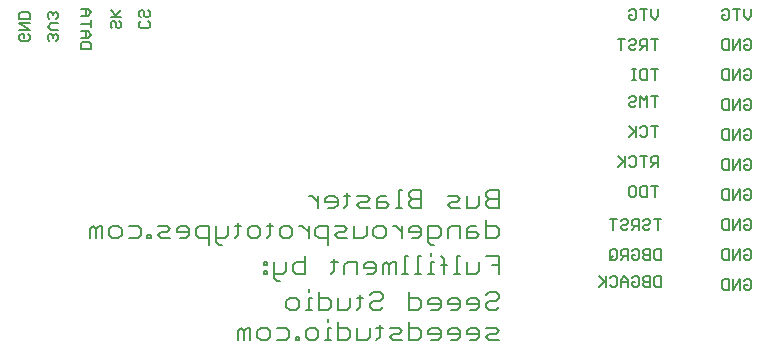
<source format=gbo>
G75*
G70*
%OFA0B0*%
%FSLAX24Y24*%
%IPPOS*%
%LPD*%
%AMOC8*
5,1,8,0,0,1.08239X$1,22.5*
%
%ADD10C,0.0050*%
%ADD11C,0.0080*%
D10*
X026258Y005277D02*
X026433Y005452D01*
X026491Y005394D02*
X026258Y005628D01*
X026491Y005628D02*
X026491Y005277D01*
X026626Y005336D02*
X026684Y005277D01*
X026801Y005277D01*
X026860Y005336D01*
X026860Y005569D01*
X026801Y005628D01*
X026684Y005628D01*
X026626Y005569D01*
X026994Y005511D02*
X026994Y005277D01*
X026994Y005452D02*
X027228Y005452D01*
X027228Y005511D02*
X027111Y005628D01*
X026994Y005511D01*
X027228Y005511D02*
X027228Y005277D01*
X027363Y005336D02*
X027363Y005452D01*
X027479Y005452D01*
X027363Y005336D02*
X027421Y005277D01*
X027538Y005277D01*
X027596Y005336D01*
X027596Y005569D01*
X027538Y005628D01*
X027421Y005628D01*
X027363Y005569D01*
X027731Y005569D02*
X027731Y005511D01*
X027789Y005452D01*
X027964Y005452D01*
X027789Y005452D02*
X027731Y005394D01*
X027731Y005336D01*
X027789Y005277D01*
X027964Y005277D01*
X027964Y005628D01*
X027789Y005628D01*
X027731Y005569D01*
X028099Y005569D02*
X028099Y005336D01*
X028158Y005277D01*
X028333Y005277D01*
X028333Y005628D01*
X028158Y005628D01*
X028099Y005569D01*
X028158Y006177D02*
X028099Y006236D01*
X028099Y006469D01*
X028158Y006528D01*
X028333Y006528D01*
X028333Y006177D01*
X028158Y006177D01*
X027964Y006177D02*
X027789Y006177D01*
X027731Y006236D01*
X027731Y006294D01*
X027789Y006352D01*
X027964Y006352D01*
X027789Y006352D02*
X027731Y006411D01*
X027731Y006469D01*
X027789Y006528D01*
X027964Y006528D01*
X027964Y006177D01*
X027596Y006236D02*
X027538Y006177D01*
X027421Y006177D01*
X027363Y006236D01*
X027363Y006352D01*
X027479Y006352D01*
X027363Y006469D02*
X027421Y006528D01*
X027538Y006528D01*
X027596Y006469D01*
X027596Y006236D01*
X027228Y006294D02*
X027053Y006294D01*
X026994Y006352D01*
X026994Y006469D01*
X027053Y006528D01*
X027228Y006528D01*
X027228Y006177D01*
X027111Y006294D02*
X026994Y006177D01*
X026860Y006236D02*
X026801Y006177D01*
X026684Y006177D01*
X026626Y006236D01*
X026626Y006469D01*
X026684Y006528D01*
X026801Y006528D01*
X026860Y006469D01*
X026860Y006236D01*
X026743Y006294D02*
X026626Y006177D01*
X026743Y007177D02*
X026743Y007528D01*
X026860Y007528D02*
X026626Y007528D01*
X026994Y007469D02*
X027053Y007528D01*
X027170Y007528D01*
X027228Y007469D01*
X027228Y007411D01*
X027170Y007352D01*
X027053Y007352D01*
X026994Y007294D01*
X026994Y007236D01*
X027053Y007177D01*
X027170Y007177D01*
X027228Y007236D01*
X027363Y007177D02*
X027479Y007294D01*
X027421Y007294D02*
X027596Y007294D01*
X027596Y007177D02*
X027596Y007528D01*
X027421Y007528D01*
X027363Y007469D01*
X027363Y007352D01*
X027421Y007294D01*
X027731Y007294D02*
X027731Y007236D01*
X027789Y007177D01*
X027906Y007177D01*
X027964Y007236D01*
X027906Y007352D02*
X027789Y007352D01*
X027731Y007294D01*
X027731Y007469D02*
X027789Y007528D01*
X027906Y007528D01*
X027964Y007469D01*
X027964Y007411D01*
X027906Y007352D01*
X028099Y007528D02*
X028333Y007528D01*
X028216Y007528D02*
X028216Y007177D01*
X028116Y008277D02*
X028116Y008628D01*
X028233Y008628D02*
X027999Y008628D01*
X027864Y008628D02*
X027689Y008628D01*
X027631Y008569D01*
X027631Y008336D01*
X027689Y008277D01*
X027864Y008277D01*
X027864Y008628D01*
X027496Y008569D02*
X027496Y008336D01*
X027438Y008277D01*
X027321Y008277D01*
X027263Y008336D01*
X027263Y008569D01*
X027321Y008628D01*
X027438Y008628D01*
X027496Y008569D01*
X027438Y009277D02*
X027321Y009277D01*
X027263Y009336D01*
X027128Y009394D02*
X026894Y009628D01*
X027128Y009628D02*
X027128Y009277D01*
X027070Y009452D02*
X026894Y009277D01*
X027263Y009569D02*
X027321Y009628D01*
X027438Y009628D01*
X027496Y009569D01*
X027496Y009336D01*
X027438Y009277D01*
X027748Y009277D02*
X027748Y009628D01*
X027864Y009628D02*
X027631Y009628D01*
X027999Y009569D02*
X027999Y009452D01*
X028058Y009394D01*
X028233Y009394D01*
X028233Y009277D02*
X028233Y009628D01*
X028058Y009628D01*
X027999Y009569D01*
X028116Y009394D02*
X027999Y009277D01*
X028116Y010277D02*
X028116Y010628D01*
X028233Y010628D02*
X027999Y010628D01*
X027864Y010569D02*
X027864Y010336D01*
X027806Y010277D01*
X027689Y010277D01*
X027631Y010336D01*
X027496Y010394D02*
X027263Y010628D01*
X027496Y010628D02*
X027496Y010277D01*
X027438Y010452D02*
X027263Y010277D01*
X027631Y010569D02*
X027689Y010628D01*
X027806Y010628D01*
X027864Y010569D01*
X027864Y011277D02*
X027864Y011628D01*
X027748Y011511D01*
X027631Y011628D01*
X027631Y011277D01*
X027496Y011336D02*
X027438Y011277D01*
X027321Y011277D01*
X027263Y011336D01*
X027263Y011394D01*
X027321Y011452D01*
X027438Y011452D01*
X027496Y011511D01*
X027496Y011569D01*
X027438Y011628D01*
X027321Y011628D01*
X027263Y011569D01*
X027999Y011628D02*
X028233Y011628D01*
X028116Y011628D02*
X028116Y011277D01*
X028116Y012177D02*
X028116Y012528D01*
X028233Y012528D02*
X027999Y012528D01*
X027864Y012528D02*
X027689Y012528D01*
X027631Y012469D01*
X027631Y012236D01*
X027689Y012177D01*
X027864Y012177D01*
X027864Y012528D01*
X027496Y012528D02*
X027379Y012528D01*
X027438Y012528D02*
X027438Y012177D01*
X027496Y012177D02*
X027379Y012177D01*
X027321Y013177D02*
X027438Y013177D01*
X027496Y013236D01*
X027438Y013352D02*
X027321Y013352D01*
X027263Y013294D01*
X027263Y013236D01*
X027321Y013177D01*
X027438Y013352D02*
X027496Y013411D01*
X027496Y013469D01*
X027438Y013528D01*
X027321Y013528D01*
X027263Y013469D01*
X027128Y013528D02*
X026894Y013528D01*
X027011Y013528D02*
X027011Y013177D01*
X027631Y013177D02*
X027748Y013294D01*
X027689Y013294D02*
X027864Y013294D01*
X027864Y013177D02*
X027864Y013528D01*
X027689Y013528D01*
X027631Y013469D01*
X027631Y013352D01*
X027689Y013294D01*
X027999Y013528D02*
X028233Y013528D01*
X028116Y013528D02*
X028116Y013177D01*
X028116Y014177D02*
X027999Y014294D01*
X027999Y014528D01*
X027864Y014528D02*
X027631Y014528D01*
X027748Y014528D02*
X027748Y014177D01*
X027496Y014236D02*
X027438Y014177D01*
X027321Y014177D01*
X027263Y014236D01*
X027263Y014352D01*
X027379Y014352D01*
X027263Y014469D02*
X027321Y014528D01*
X027438Y014528D01*
X027496Y014469D01*
X027496Y014236D01*
X028116Y014177D02*
X028233Y014294D01*
X028233Y014528D01*
X030363Y014469D02*
X030421Y014528D01*
X030538Y014528D01*
X030596Y014469D01*
X030596Y014236D01*
X030538Y014177D01*
X030421Y014177D01*
X030363Y014236D01*
X030363Y014352D01*
X030479Y014352D01*
X030731Y014528D02*
X030964Y014528D01*
X030848Y014528D02*
X030848Y014177D01*
X031099Y014294D02*
X031099Y014528D01*
X031333Y014528D02*
X031333Y014294D01*
X031216Y014177D01*
X031099Y014294D01*
X031158Y013528D02*
X031274Y013528D01*
X031333Y013469D01*
X031333Y013236D01*
X031274Y013177D01*
X031158Y013177D01*
X031099Y013236D01*
X031099Y013352D01*
X031216Y013352D01*
X031099Y013469D02*
X031158Y013528D01*
X030964Y013528D02*
X030731Y013177D01*
X030731Y013528D01*
X030596Y013528D02*
X030421Y013528D01*
X030363Y013469D01*
X030363Y013236D01*
X030421Y013177D01*
X030596Y013177D01*
X030596Y013528D01*
X030964Y013528D02*
X030964Y013177D01*
X030964Y012528D02*
X030731Y012177D01*
X030731Y012528D01*
X030596Y012528D02*
X030421Y012528D01*
X030363Y012469D01*
X030363Y012236D01*
X030421Y012177D01*
X030596Y012177D01*
X030596Y012528D01*
X030964Y012528D02*
X030964Y012177D01*
X031099Y012236D02*
X031099Y012352D01*
X031216Y012352D01*
X031099Y012236D02*
X031158Y012177D01*
X031274Y012177D01*
X031333Y012236D01*
X031333Y012469D01*
X031274Y012528D01*
X031158Y012528D01*
X031099Y012469D01*
X031158Y011528D02*
X031274Y011528D01*
X031333Y011469D01*
X031333Y011236D01*
X031274Y011177D01*
X031158Y011177D01*
X031099Y011236D01*
X031099Y011352D01*
X031216Y011352D01*
X031099Y011469D02*
X031158Y011528D01*
X030964Y011528D02*
X030731Y011177D01*
X030731Y011528D01*
X030596Y011528D02*
X030421Y011528D01*
X030363Y011469D01*
X030363Y011236D01*
X030421Y011177D01*
X030596Y011177D01*
X030596Y011528D01*
X030964Y011528D02*
X030964Y011177D01*
X030964Y010528D02*
X030731Y010177D01*
X030731Y010528D01*
X030596Y010528D02*
X030421Y010528D01*
X030363Y010469D01*
X030363Y010236D01*
X030421Y010177D01*
X030596Y010177D01*
X030596Y010528D01*
X030964Y010528D02*
X030964Y010177D01*
X031099Y010236D02*
X031158Y010177D01*
X031274Y010177D01*
X031333Y010236D01*
X031333Y010469D01*
X031274Y010528D01*
X031158Y010528D01*
X031099Y010469D01*
X031099Y010352D02*
X031216Y010352D01*
X031099Y010352D02*
X031099Y010236D01*
X031158Y009528D02*
X031274Y009528D01*
X031333Y009469D01*
X031333Y009236D01*
X031274Y009177D01*
X031158Y009177D01*
X031099Y009236D01*
X031099Y009352D01*
X031216Y009352D01*
X031099Y009469D02*
X031158Y009528D01*
X030964Y009528D02*
X030731Y009177D01*
X030731Y009528D01*
X030596Y009528D02*
X030421Y009528D01*
X030363Y009469D01*
X030363Y009236D01*
X030421Y009177D01*
X030596Y009177D01*
X030596Y009528D01*
X030964Y009528D02*
X030964Y009177D01*
X030964Y008528D02*
X030731Y008177D01*
X030731Y008528D01*
X030596Y008528D02*
X030421Y008528D01*
X030363Y008469D01*
X030363Y008236D01*
X030421Y008177D01*
X030596Y008177D01*
X030596Y008528D01*
X030964Y008528D02*
X030964Y008177D01*
X031099Y008236D02*
X031099Y008352D01*
X031216Y008352D01*
X031099Y008236D02*
X031158Y008177D01*
X031274Y008177D01*
X031333Y008236D01*
X031333Y008469D01*
X031274Y008528D01*
X031158Y008528D01*
X031099Y008469D01*
X031158Y007528D02*
X031274Y007528D01*
X031333Y007469D01*
X031333Y007236D01*
X031274Y007177D01*
X031158Y007177D01*
X031099Y007236D01*
X031099Y007352D01*
X031216Y007352D01*
X031099Y007469D02*
X031158Y007528D01*
X030964Y007528D02*
X030731Y007177D01*
X030731Y007528D01*
X030596Y007528D02*
X030421Y007528D01*
X030363Y007469D01*
X030363Y007236D01*
X030421Y007177D01*
X030596Y007177D01*
X030596Y007528D01*
X030964Y007528D02*
X030964Y007177D01*
X030964Y006528D02*
X030731Y006177D01*
X030731Y006528D01*
X030596Y006528D02*
X030421Y006528D01*
X030363Y006469D01*
X030363Y006236D01*
X030421Y006177D01*
X030596Y006177D01*
X030596Y006528D01*
X030964Y006528D02*
X030964Y006177D01*
X031099Y006236D02*
X031099Y006352D01*
X031216Y006352D01*
X031099Y006236D02*
X031158Y006177D01*
X031274Y006177D01*
X031333Y006236D01*
X031333Y006469D01*
X031274Y006528D01*
X031158Y006528D01*
X031099Y006469D01*
X031158Y005528D02*
X031274Y005528D01*
X031333Y005469D01*
X031333Y005236D01*
X031274Y005177D01*
X031158Y005177D01*
X031099Y005236D01*
X031099Y005352D01*
X031216Y005352D01*
X031099Y005469D02*
X031158Y005528D01*
X030964Y005528D02*
X030731Y005177D01*
X030731Y005528D01*
X030596Y005528D02*
X030421Y005528D01*
X030363Y005469D01*
X030363Y005236D01*
X030421Y005177D01*
X030596Y005177D01*
X030596Y005528D01*
X030964Y005528D02*
X030964Y005177D01*
X011283Y013949D02*
X011225Y013891D01*
X010991Y013891D01*
X010933Y013949D01*
X010933Y014066D01*
X010991Y014124D01*
X010991Y014259D02*
X010933Y014317D01*
X010933Y014434D01*
X010991Y014492D01*
X011050Y014492D01*
X011108Y014434D01*
X011108Y014317D01*
X011166Y014259D01*
X011225Y014259D01*
X011283Y014317D01*
X011283Y014434D01*
X011225Y014492D01*
X011225Y014124D02*
X011283Y014066D01*
X011283Y013949D01*
X010333Y013949D02*
X010275Y013891D01*
X010216Y013891D01*
X010158Y013949D01*
X010158Y014066D01*
X010100Y014124D01*
X010041Y014124D01*
X009983Y014066D01*
X009983Y013949D01*
X010041Y013891D01*
X010333Y013949D02*
X010333Y014066D01*
X010275Y014124D01*
X010333Y014259D02*
X009983Y014259D01*
X010100Y014259D02*
X010333Y014492D01*
X010158Y014317D02*
X009983Y014492D01*
X009333Y014426D02*
X009216Y014542D01*
X008983Y014542D01*
X009158Y014542D02*
X009158Y014309D01*
X009216Y014309D02*
X009333Y014426D01*
X009216Y014309D02*
X008983Y014309D01*
X009333Y014174D02*
X009333Y013941D01*
X009333Y014057D02*
X008983Y014057D01*
X008983Y013806D02*
X009216Y013806D01*
X009333Y013689D01*
X009216Y013572D01*
X008983Y013572D01*
X009041Y013438D02*
X008983Y013379D01*
X008983Y013204D01*
X009333Y013204D01*
X009333Y013379D01*
X009275Y013438D01*
X009041Y013438D01*
X009158Y013572D02*
X009158Y013806D01*
X008233Y013841D02*
X008000Y013841D01*
X007883Y013957D01*
X008000Y014074D01*
X008233Y014074D01*
X008175Y014209D02*
X008233Y014267D01*
X008233Y014384D01*
X008175Y014442D01*
X008116Y014442D01*
X008058Y014384D01*
X008000Y014442D01*
X007941Y014442D01*
X007883Y014384D01*
X007883Y014267D01*
X007941Y014209D01*
X008058Y014326D02*
X008058Y014384D01*
X007283Y014384D02*
X007283Y014209D01*
X006933Y014209D01*
X006933Y014384D01*
X006991Y014442D01*
X007225Y014442D01*
X007283Y014384D01*
X007283Y014074D02*
X006933Y014074D01*
X007283Y013841D01*
X006933Y013841D01*
X006991Y013706D02*
X006933Y013647D01*
X006933Y013531D01*
X006991Y013472D01*
X007225Y013472D01*
X007283Y013531D01*
X007283Y013647D01*
X007225Y013706D01*
X007108Y013706D02*
X007108Y013589D01*
X007108Y013706D02*
X006991Y013706D01*
X007883Y013647D02*
X007883Y013531D01*
X007941Y013472D01*
X008058Y013589D02*
X008058Y013647D01*
X008000Y013706D01*
X007941Y013706D01*
X007883Y013647D01*
X008058Y013647D02*
X008116Y013706D01*
X008175Y013706D01*
X008233Y013647D01*
X008233Y013531D01*
X008175Y013472D01*
D11*
X013250Y007306D02*
X013250Y006685D01*
X013250Y006892D02*
X012940Y006892D01*
X012836Y006996D01*
X012836Y007203D01*
X012940Y007306D01*
X013250Y007306D01*
X013481Y007306D02*
X013481Y006789D01*
X013584Y006685D01*
X013688Y006685D01*
X013791Y006892D02*
X013481Y006892D01*
X013791Y006892D02*
X013894Y006996D01*
X013894Y007306D01*
X014117Y007306D02*
X014324Y007306D01*
X014221Y007409D02*
X014221Y006996D01*
X014117Y006892D01*
X014555Y006996D02*
X014555Y007203D01*
X014658Y007306D01*
X014865Y007306D01*
X014969Y007203D01*
X014969Y006996D01*
X014865Y006892D01*
X014658Y006892D01*
X014555Y006996D01*
X015192Y006892D02*
X015295Y006996D01*
X015295Y007409D01*
X015398Y007306D02*
X015192Y007306D01*
X015629Y007203D02*
X015629Y006996D01*
X015733Y006892D01*
X015939Y006892D01*
X016043Y006996D01*
X016043Y007203D01*
X015939Y007306D01*
X015733Y007306D01*
X015629Y007203D01*
X016270Y007306D02*
X016373Y007306D01*
X016580Y007099D01*
X016580Y006892D02*
X016580Y007306D01*
X016811Y007203D02*
X016811Y006996D01*
X016914Y006892D01*
X017224Y006892D01*
X017224Y006685D02*
X017224Y007306D01*
X016914Y007306D01*
X016811Y007203D01*
X017455Y007306D02*
X017766Y007306D01*
X017869Y007203D01*
X017766Y007099D01*
X017559Y007099D01*
X017455Y006996D01*
X017559Y006892D01*
X017869Y006892D01*
X018100Y006892D02*
X018100Y007306D01*
X018514Y007306D02*
X018514Y006996D01*
X018410Y006892D01*
X018100Y006892D01*
X018744Y006996D02*
X018744Y007203D01*
X018848Y007306D01*
X019055Y007306D01*
X019158Y007203D01*
X019158Y006996D01*
X019055Y006892D01*
X018848Y006892D01*
X018744Y006996D01*
X019385Y007306D02*
X019488Y007306D01*
X019695Y007099D01*
X019695Y006892D02*
X019695Y007306D01*
X019926Y007203D02*
X019926Y007099D01*
X020340Y007099D01*
X020340Y006996D02*
X020340Y007203D01*
X020236Y007306D01*
X020029Y007306D01*
X019926Y007203D01*
X020236Y006892D02*
X020340Y006996D01*
X020236Y006892D02*
X020029Y006892D01*
X020571Y006892D02*
X020881Y006892D01*
X020984Y006996D01*
X020984Y007203D01*
X020881Y007306D01*
X020571Y007306D01*
X020571Y006789D01*
X020674Y006685D01*
X020777Y006685D01*
X020666Y006416D02*
X020666Y006313D01*
X020992Y006313D02*
X021096Y006209D01*
X021096Y005692D01*
X021422Y005692D02*
X021629Y005692D01*
X021525Y005692D02*
X021525Y006313D01*
X021629Y006313D01*
X021860Y006106D02*
X021860Y005692D01*
X022170Y005692D01*
X022273Y005796D01*
X022273Y006106D01*
X022711Y006003D02*
X022918Y006003D01*
X022918Y006313D02*
X022504Y006313D01*
X022918Y006313D02*
X022918Y005692D01*
X022814Y005113D02*
X022918Y005009D01*
X022918Y004906D01*
X022814Y004803D01*
X022608Y004803D01*
X022504Y004699D01*
X022504Y004596D01*
X022608Y004492D01*
X022814Y004492D01*
X022918Y004596D01*
X022504Y005009D02*
X022608Y005113D01*
X022814Y005113D01*
X022273Y004803D02*
X022170Y004906D01*
X021963Y004906D01*
X021860Y004803D01*
X021860Y004699D01*
X022273Y004699D01*
X022273Y004596D02*
X022273Y004803D01*
X022273Y004596D02*
X022170Y004492D01*
X021963Y004492D01*
X021629Y004596D02*
X021629Y004803D01*
X021525Y004906D01*
X021319Y004906D01*
X021215Y004803D01*
X021215Y004699D01*
X021629Y004699D01*
X021629Y004596D02*
X021525Y004492D01*
X021319Y004492D01*
X020984Y004596D02*
X020984Y004803D01*
X020881Y004906D01*
X020674Y004906D01*
X020571Y004803D01*
X020571Y004699D01*
X020984Y004699D01*
X020984Y004596D02*
X020881Y004492D01*
X020674Y004492D01*
X020340Y004596D02*
X020340Y004803D01*
X020236Y004906D01*
X019926Y004906D01*
X020236Y004492D02*
X020340Y004596D01*
X020236Y004492D02*
X019926Y004492D01*
X019926Y005113D01*
X019910Y005692D02*
X019703Y005692D01*
X019807Y005692D02*
X019807Y006313D01*
X019910Y006313D01*
X020236Y006313D02*
X020236Y005692D01*
X020133Y005692D02*
X020340Y005692D01*
X020563Y005692D02*
X020769Y005692D01*
X020666Y005692D02*
X020666Y006106D01*
X020769Y006106D01*
X020992Y006003D02*
X021199Y006003D01*
X020340Y006313D02*
X020236Y006313D01*
X019480Y006106D02*
X019377Y006106D01*
X019274Y006003D01*
X019170Y006106D01*
X019067Y006003D01*
X019067Y005692D01*
X019274Y005692D02*
X019274Y006003D01*
X019480Y006106D02*
X019480Y005692D01*
X018836Y005796D02*
X018836Y006003D01*
X018732Y006106D01*
X018526Y006106D01*
X018422Y006003D01*
X018422Y005899D01*
X018836Y005899D01*
X018836Y005796D02*
X018732Y005692D01*
X018526Y005692D01*
X018191Y005692D02*
X018191Y006106D01*
X017881Y006106D01*
X017778Y006003D01*
X017778Y005692D01*
X017443Y005796D02*
X017340Y005692D01*
X017443Y005796D02*
X017443Y006209D01*
X017340Y006106D02*
X017547Y006106D01*
X016473Y006106D02*
X016162Y006106D01*
X016059Y006003D01*
X016059Y005796D01*
X016162Y005692D01*
X016473Y005692D01*
X016473Y006313D01*
X015828Y006106D02*
X015828Y005796D01*
X015725Y005692D01*
X015414Y005692D01*
X015414Y005589D02*
X015518Y005485D01*
X015621Y005485D01*
X015414Y005589D02*
X015414Y006106D01*
X015183Y006106D02*
X015183Y006003D01*
X015080Y006003D01*
X015080Y006106D01*
X015183Y006106D01*
X015183Y005796D02*
X015183Y005692D01*
X015080Y005692D01*
X015080Y005796D01*
X015183Y005796D01*
X016584Y005216D02*
X016584Y005113D01*
X016918Y005113D02*
X016918Y004492D01*
X017229Y004492D01*
X017332Y004596D01*
X017332Y004803D01*
X017229Y004906D01*
X016918Y004906D01*
X016687Y004906D02*
X016584Y004906D01*
X016584Y004492D01*
X016687Y004492D02*
X016481Y004492D01*
X016258Y004596D02*
X016154Y004492D01*
X015947Y004492D01*
X015844Y004596D01*
X015844Y004803D01*
X015947Y004906D01*
X016154Y004906D01*
X016258Y004803D01*
X016258Y004596D01*
X017229Y004216D02*
X017229Y004113D01*
X017563Y004113D02*
X017563Y003492D01*
X017873Y003492D01*
X017976Y003596D01*
X017976Y003803D01*
X017873Y003906D01*
X017563Y003906D01*
X017332Y003906D02*
X017229Y003906D01*
X017229Y003492D01*
X017332Y003492D02*
X017125Y003492D01*
X016902Y003596D02*
X016799Y003492D01*
X016592Y003492D01*
X016489Y003596D01*
X016489Y003803D01*
X016592Y003906D01*
X016799Y003906D01*
X016902Y003803D01*
X016902Y003596D01*
X016258Y003596D02*
X016258Y003492D01*
X016154Y003492D01*
X016154Y003596D01*
X016258Y003596D01*
X015935Y003596D02*
X015832Y003492D01*
X015522Y003492D01*
X015291Y003596D02*
X015188Y003492D01*
X014981Y003492D01*
X014877Y003596D01*
X014877Y003803D01*
X014981Y003906D01*
X015188Y003906D01*
X015291Y003803D01*
X015291Y003596D01*
X015522Y003906D02*
X015832Y003906D01*
X015935Y003803D01*
X015935Y003596D01*
X014646Y003492D02*
X014646Y003906D01*
X014543Y003906D01*
X014440Y003803D01*
X014336Y003906D01*
X014233Y003803D01*
X014233Y003492D01*
X014440Y003492D02*
X014440Y003803D01*
X017563Y004492D02*
X017563Y004906D01*
X017976Y004906D02*
X017976Y004596D01*
X017873Y004492D01*
X017563Y004492D01*
X018199Y004492D02*
X018303Y004596D01*
X018303Y005009D01*
X018406Y004906D02*
X018199Y004906D01*
X018637Y005009D02*
X018740Y005113D01*
X018947Y005113D01*
X019051Y005009D01*
X019051Y004906D01*
X018947Y004803D01*
X018740Y004803D01*
X018637Y004699D01*
X018637Y004596D01*
X018740Y004492D01*
X018947Y004492D01*
X019051Y004596D01*
X019926Y004113D02*
X019926Y003492D01*
X020236Y003492D01*
X020340Y003596D01*
X020340Y003803D01*
X020236Y003906D01*
X019926Y003906D01*
X019695Y003803D02*
X019592Y003699D01*
X019385Y003699D01*
X019281Y003596D01*
X019385Y003492D01*
X019695Y003492D01*
X019695Y003803D02*
X019592Y003906D01*
X019281Y003906D01*
X019051Y003906D02*
X018844Y003906D01*
X018947Y004009D02*
X018947Y003596D01*
X018844Y003492D01*
X018621Y003596D02*
X018518Y003492D01*
X018207Y003492D01*
X018207Y003906D01*
X018621Y003906D02*
X018621Y003596D01*
X020571Y003699D02*
X020984Y003699D01*
X020984Y003596D02*
X020984Y003803D01*
X020881Y003906D01*
X020674Y003906D01*
X020571Y003803D01*
X020571Y003699D01*
X020674Y003492D02*
X020881Y003492D01*
X020984Y003596D01*
X021215Y003699D02*
X021215Y003803D01*
X021319Y003906D01*
X021525Y003906D01*
X021629Y003803D01*
X021629Y003596D01*
X021525Y003492D01*
X021319Y003492D01*
X021215Y003699D02*
X021629Y003699D01*
X021860Y003699D02*
X021860Y003803D01*
X021963Y003906D01*
X022170Y003906D01*
X022273Y003803D01*
X022273Y003596D01*
X022170Y003492D01*
X021963Y003492D01*
X021860Y003699D02*
X022273Y003699D01*
X022504Y003596D02*
X022608Y003699D01*
X022814Y003699D01*
X022918Y003803D01*
X022814Y003906D01*
X022504Y003906D01*
X022504Y003596D02*
X022608Y003492D01*
X022918Y003492D01*
X022814Y006892D02*
X022504Y006892D01*
X022504Y007513D01*
X022504Y007306D02*
X022814Y007306D01*
X022918Y007203D01*
X022918Y006996D01*
X022814Y006892D01*
X022273Y006996D02*
X022170Y007099D01*
X021860Y007099D01*
X021860Y007203D02*
X021860Y006892D01*
X022170Y006892D01*
X022273Y006996D01*
X022170Y007306D02*
X021963Y007306D01*
X021860Y007203D01*
X021629Y007306D02*
X021319Y007306D01*
X021215Y007203D01*
X021215Y006892D01*
X021629Y006892D02*
X021629Y007306D01*
X021629Y007892D02*
X021319Y007892D01*
X021215Y007996D01*
X021319Y008099D01*
X021525Y008099D01*
X021629Y008203D01*
X021525Y008306D01*
X021215Y008306D01*
X021860Y008306D02*
X021860Y007892D01*
X022170Y007892D01*
X022273Y007996D01*
X022273Y008306D01*
X022504Y008306D02*
X022608Y008203D01*
X022918Y008203D01*
X022608Y008203D02*
X022504Y008099D01*
X022504Y007996D01*
X022608Y007892D01*
X022918Y007892D01*
X022918Y008513D01*
X022608Y008513D01*
X022504Y008409D01*
X022504Y008306D01*
X020340Y008203D02*
X020029Y008203D01*
X019926Y008099D01*
X019926Y007996D01*
X020029Y007892D01*
X020340Y007892D01*
X020340Y008513D01*
X020029Y008513D01*
X019926Y008409D01*
X019926Y008306D01*
X020029Y008203D01*
X019695Y008513D02*
X019592Y008513D01*
X019592Y007892D01*
X019695Y007892D02*
X019488Y007892D01*
X019265Y007996D02*
X019162Y008099D01*
X018852Y008099D01*
X018852Y008203D02*
X018852Y007892D01*
X019162Y007892D01*
X019265Y007996D01*
X019162Y008306D02*
X018955Y008306D01*
X018852Y008203D01*
X018621Y008203D02*
X018518Y008099D01*
X018311Y008099D01*
X018207Y007996D01*
X018311Y007892D01*
X018621Y007892D01*
X018621Y008203D02*
X018518Y008306D01*
X018207Y008306D01*
X017976Y008306D02*
X017770Y008306D01*
X017873Y008409D02*
X017873Y007996D01*
X017770Y007892D01*
X017547Y007996D02*
X017547Y008203D01*
X017443Y008306D01*
X017236Y008306D01*
X017133Y008203D01*
X017133Y008099D01*
X017547Y008099D01*
X017547Y007996D02*
X017443Y007892D01*
X017236Y007892D01*
X016902Y007892D02*
X016902Y008306D01*
X016695Y008306D02*
X016592Y008306D01*
X016695Y008306D02*
X016902Y008099D01*
X012605Y007203D02*
X012605Y006996D01*
X012502Y006892D01*
X012295Y006892D01*
X012192Y007099D02*
X012605Y007099D01*
X012605Y007203D02*
X012502Y007306D01*
X012295Y007306D01*
X012192Y007203D01*
X012192Y007099D01*
X011961Y007203D02*
X011857Y007306D01*
X011547Y007306D01*
X011651Y007099D02*
X011857Y007099D01*
X011961Y007203D01*
X011651Y007099D02*
X011547Y006996D01*
X011651Y006892D01*
X011961Y006892D01*
X011316Y006892D02*
X011213Y006892D01*
X011213Y006996D01*
X011316Y006996D01*
X011316Y006892D01*
X010994Y006996D02*
X010891Y006892D01*
X010580Y006892D01*
X010350Y006996D02*
X010246Y006892D01*
X010039Y006892D01*
X009936Y006996D01*
X009936Y007203D01*
X010039Y007306D01*
X010246Y007306D01*
X010350Y007203D01*
X010350Y006996D01*
X010580Y007306D02*
X010891Y007306D01*
X010994Y007203D01*
X010994Y006996D01*
X009705Y006892D02*
X009705Y007306D01*
X009602Y007306D01*
X009498Y007203D01*
X009395Y007306D01*
X009291Y007203D01*
X009291Y006892D01*
X009498Y006892D02*
X009498Y007203D01*
M02*

</source>
